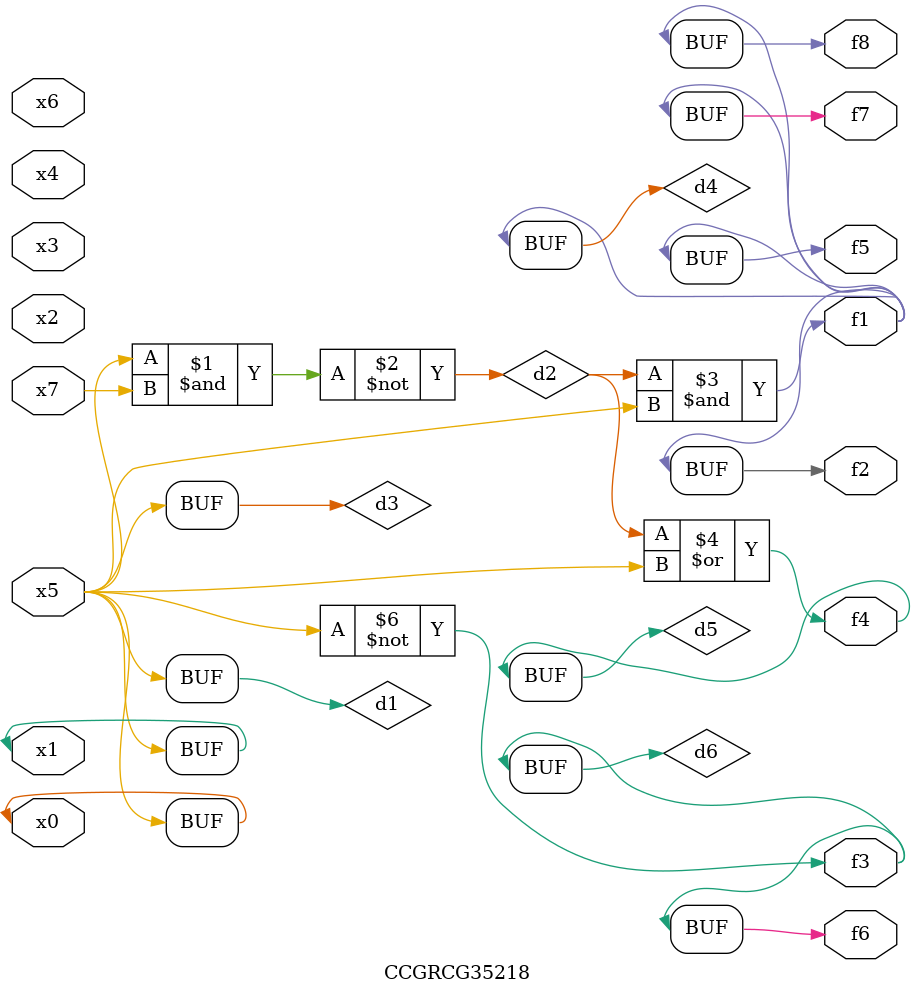
<source format=v>
module CCGRCG35218(
	input x0, x1, x2, x3, x4, x5, x6, x7,
	output f1, f2, f3, f4, f5, f6, f7, f8
);

	wire d1, d2, d3, d4, d5, d6;

	buf (d1, x0, x5);
	nand (d2, x5, x7);
	buf (d3, x0, x1);
	and (d4, d2, d3);
	or (d5, d2, d3);
	nor (d6, d1, d3);
	assign f1 = d4;
	assign f2 = d4;
	assign f3 = d6;
	assign f4 = d5;
	assign f5 = d4;
	assign f6 = d6;
	assign f7 = d4;
	assign f8 = d4;
endmodule

</source>
